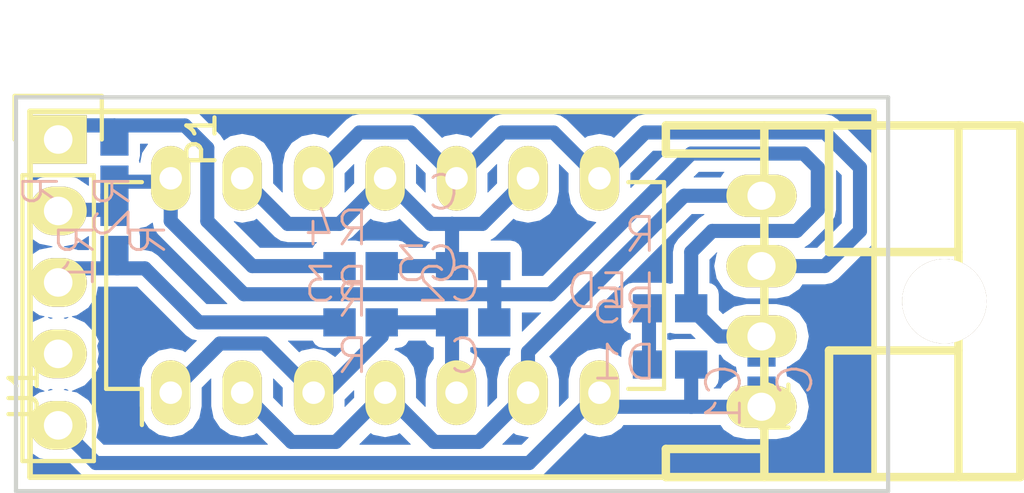
<source format=kicad_pcb>
(kicad_pcb (version 4) (host pcbnew 4.0.6)

  (general
    (links 31)
    (no_connects 0)
    (area -0.075001 -1.075001 31.075001 13.575001)
    (thickness 1.6)
    (drawings 9)
    (tracks 88)
    (zones 0)
    (modules 12)
    (nets 10)
  )

  (page A4)
  (layers
    (0 F.Cu signal)
    (31 B.Cu signal)
    (32 B.Adhes user)
    (33 F.Adhes user)
    (34 B.Paste user)
    (35 F.Paste user)
    (36 B.SilkS user)
    (37 F.SilkS user)
    (38 B.Mask user)
    (39 F.Mask user)
    (40 Dwgs.User user)
    (41 Cmts.User user)
    (42 Eco1.User user)
    (43 Eco2.User user)
    (44 Edge.Cuts user)
    (45 Margin user)
    (46 B.CrtYd user)
    (47 F.CrtYd user)
    (48 B.Fab user)
    (49 F.Fab user)
  )

  (setup
    (last_trace_width 0.5)
    (user_trace_width 0.5)
    (user_trace_width 1)
    (trace_clearance 0.2)
    (zone_clearance 0.4)
    (zone_45_only no)
    (trace_min 0.2)
    (segment_width 0.2)
    (edge_width 0.15)
    (via_size 0.6)
    (via_drill 0.4)
    (via_min_size 0.4)
    (via_min_drill 0.3)
    (user_via 1.2 0.8)
    (uvia_size 0.3)
    (uvia_drill 0.1)
    (uvias_allowed no)
    (uvia_min_size 0.2)
    (uvia_min_drill 0.1)
    (pcb_text_width 0.3)
    (pcb_text_size 1.5 1.5)
    (mod_edge_width 0.15)
    (mod_text_size 1 1)
    (mod_text_width 0.15)
    (pad_size 1.524 1.524)
    (pad_drill 0.762)
    (pad_to_mask_clearance 0.2)
    (aux_axis_origin 0 0)
    (visible_elements 7FFFFFFF)
    (pcbplotparams
      (layerselection 0x01000_80000000)
      (usegerberextensions false)
      (excludeedgelayer true)
      (linewidth 0.100000)
      (plotframeref false)
      (viasonmask false)
      (mode 1)
      (useauxorigin false)
      (hpglpennumber 1)
      (hpglpenspeed 20)
      (hpglpendiameter 15)
      (hpglpenoverlay 2)
      (psnegative false)
      (psa4output false)
      (plotreference true)
      (plotvalue true)
      (plotinvisibletext false)
      (padsonsilk false)
      (subtractmaskfromsilk false)
      (outputformat 1)
      (mirror false)
      (drillshape 0)
      (scaleselection 1)
      (outputdirectory ""))
  )

  (net 0 "")
  (net 1 +5V)
  (net 2 GND)
  (net 3 /ENC_B)
  (net 4 /ENC_A)
  (net 5 /OUT_B)
  (net 6 /OUT_A)
  (net 7 "Net-(C2-Pad2)")
  (net 8 "Net-(C3-Pad1)")
  (net 9 "Net-(D1-Pad1)")

  (net_class Default "これは標準のネット クラスです。"
    (clearance 0.2)
    (trace_width 0.25)
    (via_dia 0.6)
    (via_drill 0.4)
    (uvia_dia 0.3)
    (uvia_drill 0.1)
    (add_net +5V)
    (add_net /ENC_A)
    (add_net /ENC_B)
    (add_net /OUT_A)
    (add_net /OUT_B)
    (add_net GND)
    (add_net "Net-(C2-Pad2)")
    (add_net "Net-(C3-Pad1)")
    (add_net "Net-(D1-Pad1)")
  )

  (module RP_KiCAD_Connector:XA_4LC (layer F.Cu) (tedit 585B7649) (tstamp 58A2DAB9)
    (at 26.5 10 90)
    (path /58A2DA9A)
    (fp_text reference P2 (at 0 0.5 90) (layer F.SilkS)
      (effects (font (size 1 1) (thickness 0.15)))
    )
    (fp_text value CONN_01X04 (at 3.5 8 90) (layer F.Fab)
      (effects (font (size 1 1) (thickness 0.15)))
    )
    (fp_line (start 10 9.2) (end -2.5 9.2) (layer F.SilkS) (width 0.3))
    (fp_line (start 10 -3.4) (end 10 9.2) (layer F.SilkS) (width 0.3))
    (fp_line (start 9 0.1) (end 9 -3.4) (layer F.SilkS) (width 0.3))
    (fp_line (start 9 -3.4) (end 10 -3.4) (layer F.SilkS) (width 0.3))
    (fp_line (start -2.5 0.1) (end 10 0.1) (layer F.SilkS) (width 0.3))
    (fp_line (start 5.5 2.4) (end 5.5 7) (layer F.SilkS) (width 0.3))
    (fp_line (start 5.5 2.4) (end 10 2.4) (layer F.SilkS) (width 0.3))
    (fp_line (start 2 7) (end 2 2.4) (layer F.SilkS) (width 0.3))
    (fp_line (start 2 2.4) (end -2.5 2.4) (layer F.SilkS) (width 0.3))
    (fp_line (start -2.5 7) (end 10 7) (layer F.SilkS) (width 0.3))
    (fp_line (start -2.5 -3.4) (end -2.5 9.2) (layer F.SilkS) (width 0.3))
    (fp_line (start -2.5 -3.4) (end -1.5 -3.4) (layer F.SilkS) (width 0.3))
    (fp_line (start -1.5 -3.4) (end -1.5 0.1) (layer F.SilkS) (width 0.3))
    (pad 1 thru_hole oval (at 0 0 90) (size 1.5 2.5) (drill 1) (layers *.Cu *.Mask F.SilkS)
      (net 2 GND))
    (pad 2 thru_hole oval (at 2.5 0 90) (size 1.5 2.5) (drill 1) (layers *.Cu *.Mask F.SilkS)
      (net 1 +5V))
    (pad 3 thru_hole oval (at 5 0 90) (size 1.5 2.5) (drill 1) (layers *.Cu *.Mask F.SilkS)
      (net 5 /OUT_B))
    (pad 4 thru_hole oval (at 7.5 0 90) (size 1.5 2.5) (drill 1) (layers *.Cu *.Mask F.SilkS)
      (net 6 /OUT_A))
    (pad "" thru_hole circle (at 3.75 6.5 90) (size 3 3) (drill 3) (layers *.Cu *.Mask F.SilkS)
      (clearance -0.3))
    (model conn_XA/XA_4S.wrl
      (at (xyz 0.15 -0.2 0))
      (scale (xyz 4 4 4))
      (rotate (xyz 0 0 180))
    )
  )

  (module Housings_DIP:DIP-14_W7.62mm_LongPads (layer F.Cu) (tedit 58A2DC38) (tstamp 58A2DC27)
    (at 5.5 9.5 90)
    (descr "14-lead dip package, row spacing 7.62 mm (300 mils), longer pads")
    (tags "dil dip 2.54 300")
    (path /58A2DAF4)
    (fp_text reference U1 (at 0 -5.22 90) (layer F.SilkS)
      (effects (font (size 1 1) (thickness 0.15)))
    )
    (fp_text value 74HC04 (at 0 -3.72 90) (layer F.Fab)
      (effects (font (size 1 1) (thickness 0.15)))
    )
    (fp_line (start -1.4 -2.45) (end -1.4 17.7) (layer F.CrtYd) (width 0.05))
    (fp_line (start 9 -2.45) (end 9 17.7) (layer F.CrtYd) (width 0.05))
    (fp_line (start -1.4 -2.45) (end 9 -2.45) (layer F.CrtYd) (width 0.05))
    (fp_line (start -1.4 17.7) (end 9 17.7) (layer F.CrtYd) (width 0.05))
    (fp_line (start 0.135 -2.295) (end 0.135 -1.025) (layer F.SilkS) (width 0.15))
    (fp_line (start 7.485 -2.295) (end 7.485 -1.025) (layer F.SilkS) (width 0.15))
    (fp_line (start 7.485 17.535) (end 7.485 16.265) (layer F.SilkS) (width 0.15))
    (fp_line (start 0.135 17.535) (end 0.135 16.265) (layer F.SilkS) (width 0.15))
    (fp_line (start 0.135 -2.295) (end 7.485 -2.295) (layer F.SilkS) (width 0.15))
    (fp_line (start 0.135 17.535) (end 7.485 17.535) (layer F.SilkS) (width 0.15))
    (fp_line (start 0.135 -1.025) (end -1.15 -1.025) (layer F.SilkS) (width 0.15))
    (pad 1 thru_hole oval (at 0 0 90) (size 2.3 1.4) (drill 0.8) (layers *.Cu *.Mask F.SilkS)
      (net 7 "Net-(C2-Pad2)"))
    (pad 2 thru_hole oval (at 0 2.54 90) (size 2.3 1.4) (drill 0.8) (layers *.Cu *.Mask F.SilkS)
      (net 6 /OUT_A))
    (pad 3 thru_hole oval (at 0 5.08 90) (size 2.3 1.4) (drill 0.8) (layers *.Cu *.Mask F.SilkS)
      (net 7 "Net-(C2-Pad2)"))
    (pad 4 thru_hole oval (at 0 7.62 90) (size 2.3 1.4) (drill 0.8) (layers *.Cu *.Mask F.SilkS)
      (net 6 /OUT_A))
    (pad 5 thru_hole oval (at 0 10.16 90) (size 2.3 1.4) (drill 0.8) (layers *.Cu *.Mask F.SilkS)
      (net 7 "Net-(C2-Pad2)"))
    (pad 6 thru_hole oval (at 0 12.7 90) (size 2.3 1.4) (drill 0.8) (layers *.Cu *.Mask F.SilkS)
      (net 6 /OUT_A))
    (pad 7 thru_hole oval (at 0 15.24 90) (size 2.3 1.4) (drill 0.8) (layers *.Cu *.Mask F.SilkS)
      (net 2 GND))
    (pad 8 thru_hole oval (at 7.62 15.24 90) (size 2.3 1.4) (drill 0.8) (layers *.Cu *.Mask F.SilkS)
      (net 5 /OUT_B))
    (pad 9 thru_hole oval (at 7.62 12.7 90) (size 2.3 1.4) (drill 0.8) (layers *.Cu *.Mask F.SilkS)
      (net 8 "Net-(C3-Pad1)"))
    (pad 10 thru_hole oval (at 7.62 10.16 90) (size 2.3 1.4) (drill 0.8) (layers *.Cu *.Mask F.SilkS)
      (net 5 /OUT_B))
    (pad 11 thru_hole oval (at 7.62 7.62 90) (size 2.3 1.4) (drill 0.8) (layers *.Cu *.Mask F.SilkS)
      (net 8 "Net-(C3-Pad1)"))
    (pad 12 thru_hole oval (at 7.62 5.08 90) (size 2.3 1.4) (drill 0.8) (layers *.Cu *.Mask F.SilkS)
      (net 5 /OUT_B))
    (pad 13 thru_hole oval (at 7.62 2.54 90) (size 2.3 1.4) (drill 0.8) (layers *.Cu *.Mask F.SilkS)
      (net 8 "Net-(C3-Pad1)"))
    (pad 14 thru_hole oval (at 7.62 0 90) (size 2.3 1.4) (drill 0.8) (layers *.Cu *.Mask F.SilkS)
      (net 1 +5V))
    (model Housings_DIP.3dshapes/DIP-14_W7.62mm_LongPads.wrl
      (at (xyz 0 0 0))
      (scale (xyz 1 1 1))
      (rotate (xyz 0 0 0))
    )
  )

  (module RP_KiCAD_Libs:C1608_NP (layer B.Cu) (tedit 58C9EFDC) (tstamp 58DDBB41)
    (at 3.5 4 270)
    (descr <b>CAPACITOR</b>)
    (path /58A2DC4A)
    (fp_text reference R1 (at -0.635 0.635 270) (layer B.SilkS)
      (effects (font (size 1.2065 1.2065) (thickness 0.1016)) (justify left bottom mirror))
    )
    (fp_text value R (at -0.635 -1.905 270) (layer B.SilkS)
      (effects (font (size 1.2065 1.2065) (thickness 0.1016)) (justify left bottom mirror))
    )
    (fp_line (start -0.356 0.432) (end 0.356 0.432) (layer Dwgs.User) (width 0.1016))
    (fp_line (start -0.356 -0.419) (end 0.356 -0.419) (layer Dwgs.User) (width 0.1016))
    (fp_poly (pts (xy -0.8382 -0.4699) (xy -0.3381 -0.4699) (xy -0.3381 0.4801) (xy -0.8382 0.4801)) (layer Dwgs.User) (width 0))
    (fp_poly (pts (xy 0.3302 -0.4699) (xy 0.8303 -0.4699) (xy 0.8303 0.4801) (xy 0.3302 0.4801)) (layer Dwgs.User) (width 0))
    (fp_poly (pts (xy -0.1999 -0.3) (xy 0.1999 -0.3) (xy 0.1999 0.3) (xy -0.1999 0.3)) (layer B.Adhes) (width 0))
    (pad 1 smd rect (at -1 0 270) (size 1.15 1) (layers B.Cu B.Paste B.Mask)
      (net 1 +5V))
    (pad 2 smd rect (at 0.5 0 270) (size 1.15 1) (layers B.Cu B.Paste B.Mask)
      (net 4 /ENC_A))
    (model Resistors_SMD.3dshapes/R_0603.wrl
      (at (xyz 0 0 0))
      (scale (xyz 1 1 1))
      (rotate (xyz 0 0 0))
    )
  )

  (module RP_KiCAD_Libs:C1608_NP (layer B.Cu) (tedit 58C9EFDC) (tstamp 58DDBB46)
    (at 3.5 1 90)
    (descr <b>CAPACITOR</b>)
    (path /58A2DC7B)
    (fp_text reference R2 (at -0.635 0.635 90) (layer B.SilkS)
      (effects (font (size 1.2065 1.2065) (thickness 0.1016)) (justify left bottom mirror))
    )
    (fp_text value R (at -0.635 -1.905 90) (layer B.SilkS)
      (effects (font (size 1.2065 1.2065) (thickness 0.1016)) (justify left bottom mirror))
    )
    (fp_line (start -0.356 0.432) (end 0.356 0.432) (layer Dwgs.User) (width 0.1016))
    (fp_line (start -0.356 -0.419) (end 0.356 -0.419) (layer Dwgs.User) (width 0.1016))
    (fp_poly (pts (xy -0.8382 -0.4699) (xy -0.3381 -0.4699) (xy -0.3381 0.4801) (xy -0.8382 0.4801)) (layer Dwgs.User) (width 0))
    (fp_poly (pts (xy 0.3302 -0.4699) (xy 0.8303 -0.4699) (xy 0.8303 0.4801) (xy 0.3302 0.4801)) (layer Dwgs.User) (width 0))
    (fp_poly (pts (xy -0.1999 -0.3) (xy 0.1999 -0.3) (xy 0.1999 0.3) (xy -0.1999 0.3)) (layer B.Adhes) (width 0))
    (pad 1 smd rect (at -1 0 90) (size 1.15 1) (layers B.Cu B.Paste B.Mask)
      (net 1 +5V))
    (pad 2 smd rect (at 0.5 0 90) (size 1.15 1) (layers B.Cu B.Paste B.Mask)
      (net 3 /ENC_B))
    (model Resistors_SMD.3dshapes/R_0603.wrl
      (at (xyz 0 0 0))
      (scale (xyz 1 1 1))
      (rotate (xyz 0 0 0))
    )
  )

  (module RP_KiCAD_Libs:C1608_NP (layer B.Cu) (tedit 58C9EFDC) (tstamp 58DDBB4B)
    (at 12 7 180)
    (descr <b>CAPACITOR</b>)
    (path /58A2E4BF)
    (fp_text reference R3 (at -0.635 0.635 180) (layer B.SilkS)
      (effects (font (size 1.2065 1.2065) (thickness 0.1016)) (justify left bottom mirror))
    )
    (fp_text value R (at -0.635 -1.905 180) (layer B.SilkS)
      (effects (font (size 1.2065 1.2065) (thickness 0.1016)) (justify left bottom mirror))
    )
    (fp_line (start -0.356 0.432) (end 0.356 0.432) (layer Dwgs.User) (width 0.1016))
    (fp_line (start -0.356 -0.419) (end 0.356 -0.419) (layer Dwgs.User) (width 0.1016))
    (fp_poly (pts (xy -0.8382 -0.4699) (xy -0.3381 -0.4699) (xy -0.3381 0.4801) (xy -0.8382 0.4801)) (layer Dwgs.User) (width 0))
    (fp_poly (pts (xy 0.3302 -0.4699) (xy 0.8303 -0.4699) (xy 0.8303 0.4801) (xy 0.3302 0.4801)) (layer Dwgs.User) (width 0))
    (fp_poly (pts (xy -0.1999 -0.3) (xy 0.1999 -0.3) (xy 0.1999 0.3) (xy -0.1999 0.3)) (layer B.Adhes) (width 0))
    (pad 1 smd rect (at -1 0 180) (size 1.15 1) (layers B.Cu B.Paste B.Mask)
      (net 7 "Net-(C2-Pad2)"))
    (pad 2 smd rect (at 0.5 0 180) (size 1.15 1) (layers B.Cu B.Paste B.Mask)
      (net 4 /ENC_A))
    (model Resistors_SMD.3dshapes/R_0603.wrl
      (at (xyz 0 0 0))
      (scale (xyz 1 1 1))
      (rotate (xyz 0 0 0))
    )
  )

  (module RP_KiCAD_Libs:C1608_NP (layer B.Cu) (tedit 58C9EFDC) (tstamp 58DDBB50)
    (at 12 5 180)
    (descr <b>CAPACITOR</b>)
    (path /58A2E7A8)
    (fp_text reference R4 (at -0.635 0.635 180) (layer B.SilkS)
      (effects (font (size 1.2065 1.2065) (thickness 0.1016)) (justify left bottom mirror))
    )
    (fp_text value R (at -0.635 -1.905 180) (layer B.SilkS)
      (effects (font (size 1.2065 1.2065) (thickness 0.1016)) (justify left bottom mirror))
    )
    (fp_line (start -0.356 0.432) (end 0.356 0.432) (layer Dwgs.User) (width 0.1016))
    (fp_line (start -0.356 -0.419) (end 0.356 -0.419) (layer Dwgs.User) (width 0.1016))
    (fp_poly (pts (xy -0.8382 -0.4699) (xy -0.3381 -0.4699) (xy -0.3381 0.4801) (xy -0.8382 0.4801)) (layer Dwgs.User) (width 0))
    (fp_poly (pts (xy 0.3302 -0.4699) (xy 0.8303 -0.4699) (xy 0.8303 0.4801) (xy 0.3302 0.4801)) (layer Dwgs.User) (width 0))
    (fp_poly (pts (xy -0.1999 -0.3) (xy 0.1999 -0.3) (xy 0.1999 0.3) (xy -0.1999 0.3)) (layer B.Adhes) (width 0))
    (pad 1 smd rect (at -1 0 180) (size 1.15 1) (layers B.Cu B.Paste B.Mask)
      (net 8 "Net-(C3-Pad1)"))
    (pad 2 smd rect (at 0.5 0 180) (size 1.15 1) (layers B.Cu B.Paste B.Mask)
      (net 3 /ENC_B))
    (model Resistors_SMD.3dshapes/R_0603.wrl
      (at (xyz 0 0 0))
      (scale (xyz 1 1 1))
      (rotate (xyz 0 0 0))
    )
  )

  (module RP_KiCAD_Libs:C1608_NP (layer B.Cu) (tedit 58C9EFDC) (tstamp 58DDBB55)
    (at 23.5 6.5)
    (descr <b>CAPACITOR</b>)
    (path /58A2F6CF)
    (fp_text reference R5 (at -0.635 0.635) (layer B.SilkS)
      (effects (font (size 1.2065 1.2065) (thickness 0.1016)) (justify left bottom mirror))
    )
    (fp_text value R (at -0.635 -1.905) (layer B.SilkS)
      (effects (font (size 1.2065 1.2065) (thickness 0.1016)) (justify left bottom mirror))
    )
    (fp_line (start -0.356 0.432) (end 0.356 0.432) (layer Dwgs.User) (width 0.1016))
    (fp_line (start -0.356 -0.419) (end 0.356 -0.419) (layer Dwgs.User) (width 0.1016))
    (fp_poly (pts (xy -0.8382 -0.4699) (xy -0.3381 -0.4699) (xy -0.3381 0.4801) (xy -0.8382 0.4801)) (layer Dwgs.User) (width 0))
    (fp_poly (pts (xy 0.3302 -0.4699) (xy 0.8303 -0.4699) (xy 0.8303 0.4801) (xy 0.3302 0.4801)) (layer Dwgs.User) (width 0))
    (fp_poly (pts (xy -0.1999 -0.3) (xy 0.1999 -0.3) (xy 0.1999 0.3) (xy -0.1999 0.3)) (layer B.Adhes) (width 0))
    (pad 1 smd rect (at -1 0) (size 1.15 1) (layers B.Cu B.Paste B.Mask)
      (net 9 "Net-(D1-Pad1)"))
    (pad 2 smd rect (at 0.5 0) (size 1.15 1) (layers B.Cu B.Paste B.Mask)
      (net 1 +5V))
    (model Resistors_SMD.3dshapes/R_0603.wrl
      (at (xyz 0 0 0))
      (scale (xyz 1 1 1))
      (rotate (xyz 0 0 0))
    )
  )

  (module RP_KiCAD_Libs:C1608_NP (layer B.Cu) (tedit 58C9EFDC) (tstamp 58DDBBB9)
    (at 26.5 9 270)
    (descr <b>CAPACITOR</b>)
    (path /58A2DC06)
    (fp_text reference C1 (at -0.635 0.635 270) (layer B.SilkS)
      (effects (font (size 1.2065 1.2065) (thickness 0.1016)) (justify left bottom mirror))
    )
    (fp_text value C (at -0.635 -1.905 270) (layer B.SilkS)
      (effects (font (size 1.2065 1.2065) (thickness 0.1016)) (justify left bottom mirror))
    )
    (fp_line (start -0.356 0.432) (end 0.356 0.432) (layer Dwgs.User) (width 0.1016))
    (fp_line (start -0.356 -0.419) (end 0.356 -0.419) (layer Dwgs.User) (width 0.1016))
    (fp_poly (pts (xy -0.8382 -0.4699) (xy -0.3381 -0.4699) (xy -0.3381 0.4801) (xy -0.8382 0.4801)) (layer Dwgs.User) (width 0))
    (fp_poly (pts (xy 0.3302 -0.4699) (xy 0.8303 -0.4699) (xy 0.8303 0.4801) (xy 0.3302 0.4801)) (layer Dwgs.User) (width 0))
    (fp_poly (pts (xy -0.1999 -0.3) (xy 0.1999 -0.3) (xy 0.1999 0.3) (xy -0.1999 0.3)) (layer B.Adhes) (width 0))
    (pad 1 smd rect (at -1 0 270) (size 1.15 1) (layers B.Cu B.Paste B.Mask)
      (net 1 +5V))
    (pad 2 smd rect (at 0.5 0 270) (size 1.15 1) (layers B.Cu B.Paste B.Mask)
      (net 2 GND))
    (model Resistors_SMD.3dshapes/R_0603.wrl
      (at (xyz 0 0 0))
      (scale (xyz 1 1 1))
      (rotate (xyz 0 0 0))
    )
  )

  (module RP_KiCAD_Libs:C1608_NP (layer B.Cu) (tedit 58C9EFDC) (tstamp 58DDBBBE)
    (at 16 7 180)
    (descr <b>CAPACITOR</b>)
    (path /58A2E8B6)
    (fp_text reference C2 (at -0.635 0.635 180) (layer B.SilkS)
      (effects (font (size 1.2065 1.2065) (thickness 0.1016)) (justify left bottom mirror))
    )
    (fp_text value C (at -0.635 -1.905 180) (layer B.SilkS)
      (effects (font (size 1.2065 1.2065) (thickness 0.1016)) (justify left bottom mirror))
    )
    (fp_line (start -0.356 0.432) (end 0.356 0.432) (layer Dwgs.User) (width 0.1016))
    (fp_line (start -0.356 -0.419) (end 0.356 -0.419) (layer Dwgs.User) (width 0.1016))
    (fp_poly (pts (xy -0.8382 -0.4699) (xy -0.3381 -0.4699) (xy -0.3381 0.4801) (xy -0.8382 0.4801)) (layer Dwgs.User) (width 0))
    (fp_poly (pts (xy 0.3302 -0.4699) (xy 0.8303 -0.4699) (xy 0.8303 0.4801) (xy 0.3302 0.4801)) (layer Dwgs.User) (width 0))
    (fp_poly (pts (xy -0.1999 -0.3) (xy 0.1999 -0.3) (xy 0.1999 0.3) (xy -0.1999 0.3)) (layer B.Adhes) (width 0))
    (pad 1 smd rect (at -1 0 180) (size 1.15 1) (layers B.Cu B.Paste B.Mask)
      (net 1 +5V))
    (pad 2 smd rect (at 0.5 0 180) (size 1.15 1) (layers B.Cu B.Paste B.Mask)
      (net 7 "Net-(C2-Pad2)"))
    (model Resistors_SMD.3dshapes/R_0603.wrl
      (at (xyz 0 0 0))
      (scale (xyz 1 1 1))
      (rotate (xyz 0 0 0))
    )
  )

  (module RP_KiCAD_Libs:C1608_NP (layer B.Cu) (tedit 58C9EFDC) (tstamp 58DDBBC3)
    (at 16.5 5)
    (descr <b>CAPACITOR</b>)
    (path /58A2E905)
    (fp_text reference C3 (at -0.635 0.635) (layer B.SilkS)
      (effects (font (size 1.2065 1.2065) (thickness 0.1016)) (justify left bottom mirror))
    )
    (fp_text value C (at -0.635 -1.905) (layer B.SilkS)
      (effects (font (size 1.2065 1.2065) (thickness 0.1016)) (justify left bottom mirror))
    )
    (fp_line (start -0.356 0.432) (end 0.356 0.432) (layer Dwgs.User) (width 0.1016))
    (fp_line (start -0.356 -0.419) (end 0.356 -0.419) (layer Dwgs.User) (width 0.1016))
    (fp_poly (pts (xy -0.8382 -0.4699) (xy -0.3381 -0.4699) (xy -0.3381 0.4801) (xy -0.8382 0.4801)) (layer Dwgs.User) (width 0))
    (fp_poly (pts (xy 0.3302 -0.4699) (xy 0.8303 -0.4699) (xy 0.8303 0.4801) (xy 0.3302 0.4801)) (layer Dwgs.User) (width 0))
    (fp_poly (pts (xy -0.1999 -0.3) (xy 0.1999 -0.3) (xy 0.1999 0.3) (xy -0.1999 0.3)) (layer B.Adhes) (width 0))
    (pad 1 smd rect (at -1 0) (size 1.15 1) (layers B.Cu B.Paste B.Mask)
      (net 8 "Net-(C3-Pad1)"))
    (pad 2 smd rect (at 0.5 0) (size 1.15 1) (layers B.Cu B.Paste B.Mask)
      (net 1 +5V))
    (model Resistors_SMD.3dshapes/R_0603.wrl
      (at (xyz 0 0 0))
      (scale (xyz 1 1 1))
      (rotate (xyz 0 0 0))
    )
  )

  (module RP_KiCAD_Libs:C1608_NP (layer B.Cu) (tedit 58C9EFDC) (tstamp 58DDBBC8)
    (at 23.5 8.5)
    (descr <b>CAPACITOR</b>)
    (path /58A2F7F2)
    (fp_text reference D1 (at -0.635 0.635) (layer B.SilkS)
      (effects (font (size 1.2065 1.2065) (thickness 0.1016)) (justify left bottom mirror))
    )
    (fp_text value LED (at -0.635 -1.905) (layer B.SilkS)
      (effects (font (size 1.2065 1.2065) (thickness 0.1016)) (justify left bottom mirror))
    )
    (fp_line (start -0.356 0.432) (end 0.356 0.432) (layer Dwgs.User) (width 0.1016))
    (fp_line (start -0.356 -0.419) (end 0.356 -0.419) (layer Dwgs.User) (width 0.1016))
    (fp_poly (pts (xy -0.8382 -0.4699) (xy -0.3381 -0.4699) (xy -0.3381 0.4801) (xy -0.8382 0.4801)) (layer Dwgs.User) (width 0))
    (fp_poly (pts (xy 0.3302 -0.4699) (xy 0.8303 -0.4699) (xy 0.8303 0.4801) (xy 0.3302 0.4801)) (layer Dwgs.User) (width 0))
    (fp_poly (pts (xy -0.1999 -0.3) (xy 0.1999 -0.3) (xy 0.1999 0.3) (xy -0.1999 0.3)) (layer B.Adhes) (width 0))
    (pad 1 smd rect (at -1 0) (size 1.15 1) (layers B.Cu B.Paste B.Mask)
      (net 9 "Net-(D1-Pad1)"))
    (pad 2 smd rect (at 0.5 0) (size 1.15 1) (layers B.Cu B.Paste B.Mask)
      (net 2 GND))
    (model Resistors_SMD.3dshapes/R_0603.wrl
      (at (xyz 0 0 0))
      (scale (xyz 1 1 1))
      (rotate (xyz 0 0 0))
    )
  )

  (module Socket_Strips:Socket_Strip_Straight_1x05 (layer F.Cu) (tedit 0) (tstamp 58E19F49)
    (at 1.5 0.5 270)
    (descr "Through hole socket strip")
    (tags "socket strip")
    (path /58E1A59A)
    (fp_text reference P1 (at 0 -5.1 270) (layer F.SilkS)
      (effects (font (size 1 1) (thickness 0.15)))
    )
    (fp_text value CONN_01X05 (at 0 -3.1 270) (layer F.Fab)
      (effects (font (size 1 1) (thickness 0.15)))
    )
    (fp_line (start -1.75 -1.75) (end -1.75 1.75) (layer F.CrtYd) (width 0.05))
    (fp_line (start 11.95 -1.75) (end 11.95 1.75) (layer F.CrtYd) (width 0.05))
    (fp_line (start -1.75 -1.75) (end 11.95 -1.75) (layer F.CrtYd) (width 0.05))
    (fp_line (start -1.75 1.75) (end 11.95 1.75) (layer F.CrtYd) (width 0.05))
    (fp_line (start 1.27 1.27) (end 11.43 1.27) (layer F.SilkS) (width 0.15))
    (fp_line (start 11.43 1.27) (end 11.43 -1.27) (layer F.SilkS) (width 0.15))
    (fp_line (start 11.43 -1.27) (end 1.27 -1.27) (layer F.SilkS) (width 0.15))
    (fp_line (start -1.55 1.55) (end 0 1.55) (layer F.SilkS) (width 0.15))
    (fp_line (start 1.27 1.27) (end 1.27 -1.27) (layer F.SilkS) (width 0.15))
    (fp_line (start 0 -1.55) (end -1.55 -1.55) (layer F.SilkS) (width 0.15))
    (fp_line (start -1.55 -1.55) (end -1.55 1.55) (layer F.SilkS) (width 0.15))
    (pad 1 thru_hole rect (at 0 0 270) (size 1.7272 2.032) (drill 1.016) (layers *.Cu *.Mask F.SilkS)
      (net 3 /ENC_B))
    (pad 2 thru_hole oval (at 2.54 0 270) (size 1.7272 2.032) (drill 1.016) (layers *.Cu *.Mask F.SilkS)
      (net 1 +5V))
    (pad 3 thru_hole oval (at 5.08 0 270) (size 1.7272 2.032) (drill 1.016) (layers *.Cu *.Mask F.SilkS)
      (net 4 /ENC_A))
    (pad 4 thru_hole oval (at 7.62 0 270) (size 1.7272 2.032) (drill 1.016) (layers *.Cu *.Mask F.SilkS))
    (pad 5 thru_hole oval (at 10.16 0 270) (size 1.7272 2.032) (drill 1.016) (layers *.Cu *.Mask F.SilkS)
      (net 2 GND))
    (model Socket_Strips.3dshapes/Socket_Strip_Straight_1x05.wrl
      (at (xyz 0.2 0 0))
      (scale (xyz 1 1 1))
      (rotate (xyz 0 0 180))
    )
  )

  (gr_line (start 0 13) (end 0 -1) (angle 90) (layer Edge.Cuts) (width 0.15))
  (gr_line (start 31 13) (end 31 -1) (angle 90) (layer Edge.Cuts) (width 0.15))
  (gr_line (start 0 13) (end 31 13) (angle 90) (layer Edge.Cuts) (width 0.15))
  (gr_line (start 30.5 -0.5) (end 30.5 0) (angle 90) (layer F.SilkS) (width 0.2))
  (gr_line (start 30.5 12.5) (end 30.5 0) (angle 90) (layer F.SilkS) (width 0.2))
  (gr_line (start 0.5 12.5) (end 30.5 12.5) (angle 90) (layer F.SilkS) (width 0.2))
  (gr_line (start 0.5 -0.5) (end 0.5 12.5) (angle 90) (layer F.SilkS) (width 0.2))
  (gr_line (start 30.5 -0.5) (end 0.5 -0.5) (angle 90) (layer F.SilkS) (width 0.2))
  (gr_line (start 0 -1) (end 31 -1) (angle 90) (layer Edge.Cuts) (width 0.15))

  (segment (start 3.5 2) (end 5.38 2) (width 0.5) (layer B.Cu) (net 1) (status C00000))
  (segment (start 5.38 2) (end 5.5 1.88) (width 0.5) (layer B.Cu) (net 1) (tstamp 58E19FEB) (status C00000))
  (segment (start 1.5 3.04) (end 1.54 3) (width 0.5) (layer B.Cu) (net 1))
  (segment (start 1.54 3) (end 3.5 3) (width 0.5) (layer B.Cu) (net 1) (tstamp 58E19FB6))
  (segment (start 3.5 2) (end 3.5 3) (width 0.5) (layer B.Cu) (net 1))
  (segment (start 5.5 1.88) (end 5.5 3.4) (width 0.5) (layer B.Cu) (net 1))
  (segment (start 5.5 3.4) (end 8.1 6) (width 0.5) (layer B.Cu) (net 1) (tstamp 58E19E4C))
  (segment (start 8.1 6) (end 17 6) (width 0.5) (layer B.Cu) (net 1) (tstamp 58E19E4D))
  (segment (start 24.75 3.75) (end 24 4.5) (width 0.5) (layer B.Cu) (net 1))
  (segment (start 27.75 3.75) (end 24.75 3.75) (width 0.5) (layer B.Cu) (net 1) (tstamp 58DDBC03))
  (segment (start 28.5 3) (end 27.75 3.75) (width 0.5) (layer B.Cu) (net 1) (tstamp 58DDBC02))
  (segment (start 28.5 1.5) (end 28.5 3) (width 0.5) (layer B.Cu) (net 1) (tstamp 58DDBC01))
  (segment (start 28 1) (end 28.5 1.5) (width 0.5) (layer B.Cu) (net 1) (tstamp 58DDBC00))
  (segment (start 24 1) (end 28 1) (width 0.5) (layer B.Cu) (net 1) (tstamp 58DDBBFE))
  (segment (start 19 6) (end 24 1) (width 0.5) (layer B.Cu) (net 1) (tstamp 58DDBBFC))
  (segment (start 17 6) (end 19 6) (width 0.5) (layer B.Cu) (net 1) (tstamp 58DDBC0E))
  (segment (start 24 4.5) (end 24 6.5) (width 0.5) (layer B.Cu) (net 1) (tstamp 58DDBD04))
  (segment (start 24 6.5) (end 25 7.5) (width 0.5) (layer B.Cu) (net 1))
  (segment (start 25 7.5) (end 26.5 7.5) (width 0.5) (layer B.Cu) (net 1) (tstamp 58DDBCFF))
  (segment (start 17 6) (end 17 5) (width 0.5) (layer B.Cu) (net 1))
  (segment (start 17 7) (end 17 6) (width 0.5) (layer B.Cu) (net 1))
  (segment (start 17 6) (end 17 6.25) (width 0.5) (layer B.Cu) (net 1) (tstamp 58DDBC0B))
  (segment (start 17 6.25) (end 17 6) (width 0.5) (layer B.Cu) (net 1) (tstamp 58DDBC0D))
  (segment (start 1.5 10.66) (end 2.84 12) (width 0.5) (layer B.Cu) (net 2) (status 400000))
  (segment (start 18.24 12) (end 20.74 9.5) (width 0.5) (layer B.Cu) (net 2) (tstamp 58E19FDC) (status 800000))
  (segment (start 2.84 12) (end 18.24 12) (width 0.5) (layer B.Cu) (net 2) (tstamp 58E19FDB))
  (segment (start 24 8.5) (end 24 10) (width 0.5) (layer B.Cu) (net 2))
  (segment (start 20.74 9.5) (end 21.24 10) (width 0.5) (layer B.Cu) (net 2))
  (segment (start 21.24 10) (end 24 10) (width 0.5) (layer B.Cu) (net 2) (tstamp 58DDBCE4))
  (segment (start 24 10) (end 26.5 10) (width 0.5) (layer B.Cu) (net 2) (tstamp 58DDBCFB))
  (segment (start 1.5 0.5) (end 2 0) (width 0.5) (layer B.Cu) (net 3))
  (segment (start 2 0) (end 6 0) (width 0.5) (layer B.Cu) (net 3) (tstamp 58E19FC5))
  (segment (start 8.4 5) (end 11.5 5) (width 0.5) (layer B.Cu) (net 3) (tstamp 58E19FC9))
  (segment (start 6.8 3.4) (end 8.4 5) (width 0.5) (layer B.Cu) (net 3) (tstamp 58E19FC8))
  (segment (start 6.8 0.8) (end 6.8 3.4) (width 0.5) (layer B.Cu) (net 3) (tstamp 58E19FC7))
  (segment (start 6 0) (end 6.8 0.8) (width 0.5) (layer B.Cu) (net 3) (tstamp 58E19FC6))
  (segment (start 2 0) (end 3.5 0) (width 0.5) (layer B.Cu) (net 3) (tstamp 58E19FBE))
  (segment (start 3.5 0) (end 3.5 0.5) (width 0.5) (layer B.Cu) (net 3) (tstamp 58E19FC0))
  (segment (start 3.5 0.5) (end 3.5 0) (width 0.5) (layer B.Cu) (net 3))
  (segment (start 3.6 5.08) (end 3.6 4.6) (width 0.5) (layer B.Cu) (net 4) (status 800000))
  (segment (start 3.6 4.6) (end 3.5 4.5) (width 0.5) (layer B.Cu) (net 4) (tstamp 58E19FD7) (status C00000))
  (segment (start 11.5 7) (end 6.5 7) (width 0.5) (layer B.Cu) (net 4))
  (segment (start 4.58 5.08) (end 3.6 5.08) (width 0.5) (layer B.Cu) (net 4) (tstamp 58E19E37))
  (segment (start 3.6 5.08) (end 1.5 5.08) (width 0.5) (layer B.Cu) (net 4) (tstamp 58E19FD5))
  (segment (start 6.5 7) (end 4.58 5.08) (width 0.5) (layer B.Cu) (net 4) (tstamp 58E19E36))
  (segment (start 12.21 0.25) (end 14.03 0.25) (width 0.5) (layer B.Cu) (net 5) (tstamp 58DDBAC0))
  (segment (start 26.5 5) (end 28.75 5) (width 0.5) (layer B.Cu) (net 5))
  (segment (start 28.75 0.25) (end 22.37 0.25) (width 0.5) (layer B.Cu) (net 5) (tstamp 58DDBB06))
  (segment (start 30 1.5) (end 28.75 0.25) (width 0.5) (layer B.Cu) (net 5) (tstamp 58DDBB05))
  (segment (start 30 3.75) (end 30 1.5) (width 0.5) (layer B.Cu) (net 5) (tstamp 58DDBB04))
  (segment (start 28.75 5) (end 30 3.75) (width 0.5) (layer B.Cu) (net 5) (tstamp 58DDBB03))
  (segment (start 15.66 1.88) (end 17.29 0.25) (width 0.5) (layer B.Cu) (net 5))
  (segment (start 19.11 0.25) (end 20.74 1.88) (width 0.5) (layer B.Cu) (net 5) (tstamp 58DDBAC6))
  (segment (start 17.29 0.25) (end 19.11 0.25) (width 0.5) (layer B.Cu) (net 5) (tstamp 58DDBAC4))
  (segment (start 10.58 1.88) (end 12.21 0.25) (width 0.5) (layer B.Cu) (net 5))
  (segment (start 14.03 0.25) (end 15.66 1.88) (width 0.5) (layer B.Cu) (net 5) (tstamp 58DDBAC1))
  (segment (start 20.74 1.88) (end 22.37 0.25) (width 0.5) (layer B.Cu) (net 5))
  (segment (start 13.12 9.5) (end 14.87 11.25) (width 0.5) (layer B.Cu) (net 6))
  (segment (start 16.45 11.25) (end 18.2 9.5) (width 0.5) (layer B.Cu) (net 6) (tstamp 58DDBCBA))
  (segment (start 14.87 11.25) (end 16.45 11.25) (width 0.5) (layer B.Cu) (net 6) (tstamp 58DDBCB9))
  (segment (start 8.04 9.5) (end 9.79 11.25) (width 0.5) (layer B.Cu) (net 6))
  (segment (start 11.37 11.25) (end 13.12 9.5) (width 0.5) (layer B.Cu) (net 6) (tstamp 58DDBCB6))
  (segment (start 9.79 11.25) (end 11.37 11.25) (width 0.5) (layer B.Cu) (net 6) (tstamp 58DDBCB5))
  (segment (start 18.2 9.5) (end 18.2 8.05) (width 0.5) (layer B.Cu) (net 6))
  (segment (start 18.2 8.05) (end 23.75 2.5) (width 0.5) (layer B.Cu) (net 6) (tstamp 58A2DDD3))
  (segment (start 23.75 2.5) (end 26.5 2.5) (width 0.5) (layer B.Cu) (net 6) (tstamp 58A2DDD5))
  (segment (start 13 7) (end 15.5 7) (width 0.5) (layer B.Cu) (net 7))
  (segment (start 10.58 9.5) (end 11 9.5) (width 0.5) (layer B.Cu) (net 7))
  (segment (start 11 9.5) (end 13 7.5) (width 0.5) (layer B.Cu) (net 7) (tstamp 58DDBCD0))
  (segment (start 13 7.5) (end 13 7) (width 0.5) (layer B.Cu) (net 7) (tstamp 58DDBCD1))
  (segment (start 15.66 9.5) (end 15.5 9.34) (width 0.5) (layer B.Cu) (net 7))
  (segment (start 15.5 9.34) (end 15.5 7) (width 0.5) (layer B.Cu) (net 7) (tstamp 58DDBC12))
  (segment (start 5.5 9.5) (end 7.25 7.75) (width 0.5) (layer B.Cu) (net 7))
  (segment (start 8.83 7.75) (end 10.58 9.5) (width 0.5) (layer B.Cu) (net 7) (tstamp 58DDBA4A))
  (segment (start 7.25 7.75) (end 8.83 7.75) (width 0.5) (layer B.Cu) (net 7) (tstamp 58DDBA47))
  (segment (start 10.58 9.5) (end 10.9 9.5) (width 0.5) (layer B.Cu) (net 7))
  (segment (start 13 5) (end 15.5 5) (width 0.5) (layer B.Cu) (net 8))
  (segment (start 15.5 5) (end 15.5 3.5) (width 0.5) (layer B.Cu) (net 8))
  (segment (start 15.5 3.5) (end 15.5 3.75) (width 0.5) (layer B.Cu) (net 8) (tstamp 58DDBC16))
  (segment (start 15.5 3.75) (end 15.5 3.5) (width 0.5) (layer B.Cu) (net 8) (tstamp 58DDBC18))
  (segment (start 13.12 1.88) (end 11.5 3.5) (width 0.5) (layer B.Cu) (net 8))
  (segment (start 9.66 3.5) (end 8.04 1.88) (width 0.5) (layer B.Cu) (net 8) (tstamp 58DDBA03))
  (segment (start 11.5 3.5) (end 9.66 3.5) (width 0.5) (layer B.Cu) (net 8) (tstamp 58DDBA02))
  (segment (start 13.12 1.88) (end 14.74 3.5) (width 0.5) (layer B.Cu) (net 8))
  (segment (start 14.74 3.5) (end 15.5 3.5) (width 0.5) (layer B.Cu) (net 8) (tstamp 58DDB9FC))
  (segment (start 15.5 3.5) (end 16.58 3.5) (width 0.5) (layer B.Cu) (net 8) (tstamp 58DDBC19))
  (segment (start 16.58 3.5) (end 18.2 1.88) (width 0.5) (layer B.Cu) (net 8) (tstamp 58DDBA00))
  (segment (start 22.5 8.5) (end 22.5 6.5) (width 0.5) (layer B.Cu) (net 9))

  (zone (net 0) (net_name "") (layer B.Cu) (tstamp 58A2DEB7) (hatch edge 0.508)
    (connect_pads (clearance 0.4))
    (min_thickness 0.026)
    (fill yes (arc_segments 16) (thermal_gap 0.508) (thermal_bridge_width 0.508))
    (polygon
      (pts
        (xy 31 13) (xy 0 13) (xy 0 -1) (xy 31 -1)
      )
    )
    (filled_polygon
      (pts
        (xy 0.83107 11.839425) (xy 1.319604 11.9366) (xy 1.680396 11.9366) (xy 1.812666 11.91029) (xy 2.371188 12.468812)
        (xy 2.435824 12.512) (xy 0.488 12.512) (xy 0.488 11.610193)
      )
    )
    (filled_polygon
      (pts
        (xy 30.512 12.512) (xy 18.644176 12.512) (xy 18.708812 12.468812) (xy 20.226943 10.950681) (xy 20.314073 11.008899)
        (xy 20.74 11.093621) (xy 21.165927 11.008899) (xy 21.52701 10.767631) (xy 21.596922 10.663) (xy 25.03857 10.663)
        (xy 25.145055 10.822365) (xy 25.522359 11.074472) (xy 25.96742 11.163) (xy 27.03258 11.163) (xy 27.477641 11.074472)
        (xy 27.854945 10.822365) (xy 28.107052 10.445061) (xy 28.19558 10) (xy 28.107052 9.554939) (xy 27.854945 9.177635)
        (xy 27.477641 8.925528) (xy 27.418995 8.913863) (xy 27.392293 8.771951) (xy 27.379193 8.751593) (xy 27.387915 8.738828)
        (xy 27.418829 8.58617) (xy 27.477641 8.574472) (xy 27.854945 8.322365) (xy 28.107052 7.945061) (xy 28.19558 7.5)
        (xy 28.107052 7.054939) (xy 27.854945 6.677635) (xy 27.477641 6.425528) (xy 27.03258 6.337) (xy 25.96742 6.337)
        (xy 25.522359 6.425528) (xy 25.145055 6.677635) (xy 25.13312 6.695497) (xy 24.996091 6.558468) (xy 24.996091 6)
        (xy 24.967293 5.846951) (xy 24.876841 5.706386) (xy 24.738828 5.612085) (xy 24.663 5.596729) (xy 24.663 4.774624)
        (xy 24.913614 4.52401) (xy 24.892948 4.554939) (xy 24.80442 5) (xy 24.892948 5.445061) (xy 25.145055 5.822365)
        (xy 25.522359 6.074472) (xy 25.96742 6.163) (xy 27.03258 6.163) (xy 27.477641 6.074472) (xy 27.854945 5.822365)
        (xy 27.96143 5.663) (xy 28.75 5.663) (xy 29.003719 5.612532) (xy 29.218812 5.468812) (xy 30.468812 4.218812)
        (xy 30.512 4.154176)
      )
    )
    (filled_polygon
      (pts
        (xy 6.031188 7.468812) (xy 6.246281 7.612532) (xy 6.416071 7.646305) (xy 6.013057 8.049319) (xy 5.925927 7.991101)
        (xy 5.5 7.906379) (xy 5.074073 7.991101) (xy 4.71299 8.232369) (xy 4.471722 8.593452) (xy 4.387 9.019379)
        (xy 4.387 9.980621) (xy 4.471722 10.406548) (xy 4.71299 10.767631) (xy 5.074073 11.008899) (xy 5.5 11.093621)
        (xy 5.925927 11.008899) (xy 6.28701 10.767631) (xy 6.528278 10.406548) (xy 6.613 9.980621) (xy 6.613 9.324624)
        (xy 6.929174 9.00845) (xy 6.927 9.019379) (xy 6.927 9.980621) (xy 7.011722 10.406548) (xy 7.25299 10.767631)
        (xy 7.614073 11.008899) (xy 8.04 11.093621) (xy 8.465927 11.008899) (xy 8.553057 10.950681) (xy 8.939376 11.337)
        (xy 3.114624 11.337) (xy 2.870827 11.093203) (xy 2.956996 10.66) (xy 2.859821 10.171466) (xy 2.583089 9.757307)
        (xy 2.16893 9.480575) (xy 1.998836 9.446741) (xy 2.447359 9.247685) (xy 2.818393 8.857627) (xy 2.961378 8.571326)
        (xy 2.900094 8.406069) (xy 2.956996 8.12) (xy 2.900094 7.833931) (xy 2.961378 7.668674) (xy 2.818393 7.382373)
        (xy 2.447359 6.992315) (xy 1.998836 6.793259) (xy 2.16893 6.759425) (xy 2.583089 6.482693) (xy 2.859821 6.068534)
        (xy 2.924573 5.743) (xy 4.305376 5.743)
      )
    )
    (filled_polygon
      (pts
        (xy 14.019376 11.337) (xy 12.220624 11.337) (xy 12.606943 10.950681) (xy 12.694073 11.008899) (xy 13.12 11.093621)
        (xy 13.545927 11.008899) (xy 13.633057 10.950681)
      )
    )
    (filled_polygon
      (pts
        (xy 17.774073 11.008899) (xy 18.2 11.093621) (xy 18.210929 11.091447) (xy 17.965376 11.337) (xy 17.300624 11.337)
        (xy 17.686943 10.950681)
      )
    )
    (filled_polygon
      (pts
        (xy 16.261172 7.887915) (xy 16.425 7.921091) (xy 17.562642 7.921091) (xy 17.537 8.05) (xy 17.537 8.149508)
        (xy 17.41299 8.232369) (xy 17.171722 8.593452) (xy 17.087 9.019379) (xy 17.087 9.675376) (xy 16.770826 9.99155)
        (xy 16.773 9.980621) (xy 16.773 9.019379) (xy 16.688278 8.593452) (xy 16.44701 8.232369) (xy 16.163 8.0426)
        (xy 16.163 7.904533) (xy 16.228049 7.892293) (xy 16.248407 7.879193)
      )
    )
    (filled_polygon
      (pts
        (xy 24.281188 3.281188) (xy 23.531188 4.031188) (xy 23.387468 4.246281) (xy 23.337 4.5) (xy 23.337 5.595467)
        (xy 23.271951 5.607707) (xy 23.251593 5.620807) (xy 23.238828 5.612085) (xy 23.075 5.578909) (xy 21.925 5.578909)
        (xy 21.771951 5.607707) (xy 21.631386 5.698159) (xy 21.537085 5.836172) (xy 21.503909 6) (xy 21.503909 7)
        (xy 21.532707 7.153049) (xy 21.623159 7.293614) (xy 21.761172 7.387915) (xy 21.837 7.403271) (xy 21.837 7.595467)
        (xy 21.771951 7.607707) (xy 21.631386 7.698159) (xy 21.537085 7.836172) (xy 21.503909 8) (xy 21.503909 8.216933)
        (xy 21.165927 7.991101) (xy 20.74 7.906379) (xy 20.314073 7.991101) (xy 19.95299 8.232369) (xy 19.711722 8.593452)
        (xy 19.627 9.019379) (xy 19.627 9.675376) (xy 19.310826 9.99155) (xy 19.313 9.980621) (xy 19.313 9.019379)
        (xy 19.228278 8.593452) (xy 18.98701 8.232369) (xy 18.967974 8.21965) (xy 24.024624 3.163) (xy 24.45807 3.163)
      )
    )
    (filled_polygon
      (pts
        (xy 14.623159 7.793614) (xy 14.761172 7.887915) (xy 14.837 7.903271) (xy 14.837 8.286232) (xy 14.631722 8.593452)
        (xy 14.547 9.019379) (xy 14.547 9.980621) (xy 14.549174 9.99155) (xy 14.233 9.675376) (xy 14.233 9.019379)
        (xy 14.148278 8.593452) (xy 13.90701 8.232369) (xy 13.545927 7.991101) (xy 13.463015 7.974609) (xy 13.468812 7.968812)
        (xy 13.500698 7.921091) (xy 13.575 7.921091) (xy 13.728049 7.892293) (xy 13.868614 7.801841) (xy 13.962915 7.663828)
        (xy 13.963083 7.663) (xy 14.53911 7.663)
      )
    )
    (filled_polygon
      (pts
        (xy 12.007 9.675376) (xy 11.690826 9.99155) (xy 11.693 9.980621) (xy 11.693 9.744624) (xy 12.007 9.430624)
      )
    )
    (filled_polygon
      (pts
        (xy 9.467 9.324624) (xy 9.467 9.980621) (xy 9.469174 9.99155) (xy 9.153 9.675376) (xy 9.153 9.019379)
        (xy 9.150826 9.00845)
      )
    )
    (filled_polygon
      (pts
        (xy 0.552641 9.247685) (xy 1.001164 9.446741) (xy 0.83107 9.480575) (xy 0.488 9.709807) (xy 0.488 9.17973)
      )
    )
    (filled_polygon
      (pts
        (xy 1.84975 9.417086) (xy 1.713577 9.39) (xy 1.768032 9.379168)
      )
    )
    (filled_polygon
      (pts
        (xy 1.286423 9.39) (xy 1.15025 9.417086) (xy 1.231968 9.379168)
      )
    )
    (filled_polygon
      (pts
        (xy 25 8.163001) (xy 25.000005 8.163) (xy 25.03857 8.163) (xy 25.145055 8.322365) (xy 25.522359 8.574472)
        (xy 25.581005 8.586137) (xy 25.607707 8.728049) (xy 25.620807 8.748407) (xy 25.612085 8.761172) (xy 25.581171 8.91383)
        (xy 25.522359 8.925528) (xy 25.145055 9.177635) (xy 25.03857 9.337) (xy 24.813976 9.337) (xy 24.868614 9.301841)
        (xy 24.962915 9.163828) (xy 24.996091 9) (xy 24.996091 8.162223)
      )
    )
    (filled_polygon
      (pts
        (xy 10.623159 7.793614) (xy 10.761172 7.887915) (xy 10.925 7.921091) (xy 11.641285 7.921091) (xy 11.344828 8.217548)
        (xy 11.005927 7.991101) (xy 10.58 7.906379) (xy 10.154073 7.991101) (xy 10.066943 8.049319) (xy 9.680624 7.663)
        (xy 10.53911 7.663)
      )
    )
    (filled_polygon
      (pts
        (xy 23.261172 7.387915) (xy 23.425 7.421091) (xy 23.983467 7.421091) (xy 24.141286 7.578909) (xy 23.425 7.578909)
        (xy 23.271951 7.607707) (xy 23.251593 7.620807) (xy 23.238828 7.612085) (xy 23.163 7.596729) (xy 23.163 7.404533)
        (xy 23.228049 7.392293) (xy 23.248407 7.379193)
      )
    )
    (filled_polygon
      (pts
        (xy 17.996091 7.316285) (xy 17.996091 6.663) (xy 18.649376 6.663)
      )
    )
    (filled_polygon
      (pts
        (xy 0.83107 6.759425) (xy 1.001164 6.793259) (xy 0.552641 6.992315) (xy 0.488 7.06027) (xy 0.488 6.530193)
      )
    )
    (filled_polygon
      (pts
        (xy 1.286423 6.85) (xy 1.231968 6.860832) (xy 1.15025 6.822914)
      )
    )
    (filled_polygon
      (pts
        (xy 1.768032 6.860832) (xy 1.713577 6.85) (xy 1.84975 6.822914)
      )
    )
    (filled_polygon
      (pts
        (xy 4.887468 3.653719) (xy 5.031188 3.868812) (xy 7.499376 6.337) (xy 6.774624 6.337) (xy 5.048812 4.611188)
        (xy 4.833719 4.467468) (xy 4.58 4.417) (xy 4.421091 4.417) (xy 4.421091 3.925) (xy 4.392293 3.771951)
        (xy 4.379193 3.751593) (xy 4.387915 3.738828) (xy 4.404247 3.658177) (xy 4.633719 3.612532) (xy 4.848812 3.468812)
        (xy 4.850376 3.467248)
      )
    )
    (filled_polygon
      (pts
        (xy 19.627 1.704624) (xy 19.627 2.360621) (xy 19.711722 2.786548) (xy 19.95299 3.147631) (xy 20.314073 3.388899)
        (xy 20.613848 3.448528) (xy 18.725376 5.337) (xy 17.996091 5.337) (xy 17.996091 4.5) (xy 17.967293 4.346951)
        (xy 17.876841 4.206386) (xy 17.738828 4.112085) (xy 17.575 4.078909) (xy 16.88404 4.078909) (xy 17.048812 3.968812)
        (xy 17.686943 3.330681) (xy 17.774073 3.388899) (xy 18.2 3.473621) (xy 18.625927 3.388899) (xy 18.98701 3.147631)
        (xy 19.228278 2.786548) (xy 19.313 2.360621) (xy 19.313 1.399379) (xy 19.310826 1.38845)
      )
    )
    (filled_polygon
      (pts
        (xy 0.83107 4.219425) (xy 1.286423 4.31) (xy 0.83107 4.400575) (xy 0.488 4.629807) (xy 0.488 3.990193)
      )
    )
    (filled_polygon
      (pts
        (xy 2.578909 4.417) (xy 2.193512 4.417) (xy 2.16893 4.400575) (xy 1.713577 4.31) (xy 2.16893 4.219425)
        (xy 2.578909 3.945486)
      )
    )
    (filled_polygon
      (pts
        (xy 14.271188 3.968812) (xy 14.486281 4.112532) (xy 14.698769 4.154799) (xy 14.631386 4.198159) (xy 14.537085 4.336172)
        (xy 14.536917 4.337) (xy 13.96089 4.337) (xy 13.876841 4.206386) (xy 13.738828 4.112085) (xy 13.575 4.078909)
        (xy 12.425 4.078909) (xy 12.271951 4.107707) (xy 12.251593 4.120807) (xy 12.238828 4.112085) (xy 12.075 4.078909)
        (xy 11.80404 4.078909) (xy 11.968812 3.968812) (xy 12.606943 3.330681) (xy 12.694073 3.388899) (xy 13.12 3.473621)
        (xy 13.545927 3.388899) (xy 13.633057 3.330681)
      )
    )
    (filled_polygon
      (pts
        (xy 9.191188 3.968812) (xy 9.406281 4.112532) (xy 9.66 4.163) (xy 10.686024 4.163) (xy 10.631386 4.198159)
        (xy 10.537085 4.336172) (xy 10.536917 4.337) (xy 8.674624 4.337) (xy 7.754445 3.416821) (xy 8.04 3.473621)
        (xy 8.465927 3.388899) (xy 8.553057 3.330681)
      )
    )
    (filled_polygon
      (pts
        (xy 29.337 1.774624) (xy 29.337 3.475376) (xy 28.475376 4.337) (xy 28.04193 4.337) (xy 28.218812 4.218812)
        (xy 28.968812 3.468812) (xy 29.112532 3.253719) (xy 29.163 3) (xy 29.163 1.600624)
      )
    )
    (filled_polygon
      (pts
        (xy 14.547 1.704624) (xy 14.547 2.360621) (xy 14.549174 2.37155) (xy 14.233 2.055376) (xy 14.233 1.399379)
        (xy 14.230826 1.38845)
      )
    )
    (filled_polygon
      (pts
        (xy 17.087 1.399379) (xy 17.087 2.055376) (xy 16.770826 2.37155) (xy 16.773 2.360621) (xy 16.773 1.704624)
        (xy 17.089174 1.38845)
      )
    )
    (filled_polygon
      (pts
        (xy 12.007 1.399379) (xy 12.007 2.055376) (xy 11.690826 2.37155) (xy 11.693 2.360621) (xy 11.693 1.704624)
        (xy 12.009174 1.38845)
      )
    )
    (filled_polygon
      (pts
        (xy 30.512 1.095824) (xy 30.468812 1.031188) (xy 29.218812 -0.218812) (xy 29.003719 -0.362532) (xy 28.75 -0.413)
        (xy 22.37 -0.413) (xy 22.116281 -0.362532) (xy 21.901188 -0.218812) (xy 21.253057 0.429319) (xy 21.165927 0.371101)
        (xy 20.74 0.286379) (xy 20.314073 0.371101) (xy 20.226943 0.429319) (xy 19.578812 -0.218812) (xy 19.363719 -0.362532)
        (xy 19.11 -0.413) (xy 17.29 -0.413) (xy 17.036281 -0.362532) (xy 16.821188 -0.218812) (xy 16.173057 0.429319)
        (xy 16.085927 0.371101) (xy 15.66 0.286379) (xy 15.234073 0.371101) (xy 15.146943 0.429319) (xy 14.498812 -0.218812)
        (xy 14.283719 -0.362532) (xy 14.03 -0.413) (xy 12.21 -0.413) (xy 11.956281 -0.362532) (xy 11.741188 -0.218812)
        (xy 11.093057 0.429319) (xy 11.005927 0.371101) (xy 10.58 0.286379) (xy 10.154073 0.371101) (xy 9.79299 0.612369)
        (xy 9.551722 0.973452) (xy 9.467 1.399379) (xy 9.467 2.360621) (xy 9.469174 2.37155) (xy 9.153 2.055376)
        (xy 9.153 1.399379) (xy 9.068278 0.973452) (xy 8.82701 0.612369) (xy 8.465927 0.371101) (xy 8.04 0.286379)
        (xy 7.614073 0.371101) (xy 7.393817 0.518272) (xy 7.268812 0.331188) (xy 6.468812 -0.468812) (xy 6.404176 -0.512)
        (xy 30.512 -0.512)
      )
    )
    (filled_polygon
      (pts
        (xy 21.853 2.209376) (xy 21.853 1.704624) (xy 22.644624 0.913) (xy 23.149376 0.913)
      )
    )
    (filled_polygon
      (pts
        (xy 2.578909 2.134514) (xy 2.16893 1.860575) (xy 1.787434 1.784691) (xy 2.516 1.784691) (xy 2.578909 1.772854)
      )
    )
    (filled_polygon
      (pts
        (xy 0.83107 1.860575) (xy 0.488 2.089807) (xy 0.488 1.784691) (xy 1.212566 1.784691)
      )
    )
    (filled_polygon
      (pts
        (xy 25.145055 1.677635) (xy 25.03857 1.837) (xy 24.100624 1.837) (xy 24.274624 1.663) (xy 25.166958 1.663)
      )
    )
    (filled_polygon
      (pts
        (xy 4.471722 0.973452) (xy 4.402042 1.32376) (xy 4.392293 1.271951) (xy 4.379193 1.251593) (xy 4.387915 1.238828)
        (xy 4.421091 1.075) (xy 4.421091 0.663) (xy 4.679159 0.663)
      )
    )
  )
)

</source>
